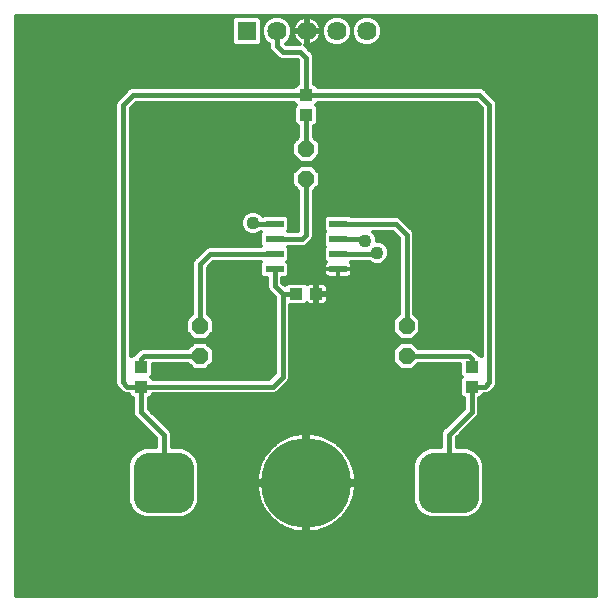
<source format=gbl>
G75*
G70*
%OFA0B0*%
%FSLAX24Y24*%
%IPPOS*%
%LPD*%
%AMOC8*
5,1,8,0,0,1.08239X$1,22.5*
%
%ADD10R,0.0610X0.0236*%
%ADD11R,0.0433X0.0394*%
%ADD12C,0.1000*%
%ADD13C,0.3000*%
%ADD14OC8,0.0560*%
%ADD15R,0.0640X0.0640*%
%ADD16C,0.0640*%
%ADD17C,0.0160*%
%ADD18C,0.0120*%
%ADD19C,0.0436*%
D10*
X008945Y011222D03*
X008945Y011722D03*
X008945Y012222D03*
X008945Y012722D03*
X011071Y012722D03*
X011071Y012222D03*
X011071Y011722D03*
X011071Y011222D03*
D11*
X010338Y010397D03*
X009669Y010397D03*
X004492Y007976D03*
X004492Y007307D03*
X015516Y007307D03*
X015516Y007976D03*
X010004Y016362D03*
X010004Y017031D03*
D12*
X014254Y004598D02*
X015254Y004598D01*
X015254Y003598D01*
X014254Y003598D01*
X014254Y004598D01*
X014254Y004597D02*
X015254Y004597D01*
X005754Y004598D02*
X004754Y004598D01*
X005754Y004598D02*
X005754Y003598D01*
X004754Y003598D01*
X004754Y004598D01*
X004754Y004597D02*
X005754Y004597D01*
D13*
X010004Y004098D03*
D14*
X013350Y008323D03*
X013350Y009323D03*
X006460Y009323D03*
X006460Y008323D03*
X010004Y014228D03*
X010004Y015228D03*
D15*
X008025Y019157D03*
D16*
X009025Y019157D03*
X010025Y019157D03*
X011025Y019157D03*
X012025Y019157D03*
D17*
X010004Y018271D02*
X009807Y018468D01*
X009216Y018468D01*
X009025Y018659D01*
X009025Y019157D01*
X010004Y018271D02*
X010004Y017031D01*
X004236Y017031D01*
X003901Y016697D01*
X003901Y007445D01*
X004039Y007307D01*
X004492Y007307D01*
X008882Y007307D01*
X009216Y007642D01*
X009216Y010397D01*
X008945Y010669D01*
X008945Y011222D01*
X008945Y011722D02*
X006801Y011722D01*
X006460Y011382D01*
X006460Y009323D01*
X006460Y008323D02*
X004583Y008323D01*
X004492Y008232D01*
X004492Y007976D01*
X004492Y007307D02*
X004492Y006460D01*
X005254Y005699D01*
X005254Y004098D01*
X013350Y008323D02*
X015425Y008323D01*
X015516Y008232D01*
X015516Y007976D01*
X016106Y007445D02*
X016106Y016697D01*
X015771Y017031D01*
X010004Y017031D01*
X010004Y016362D02*
X010004Y015228D01*
X010004Y014228D02*
X010004Y012366D01*
X009860Y012222D01*
X008945Y012222D01*
X008945Y012722D02*
X008270Y012722D01*
X008232Y012760D01*
X011071Y012722D02*
X012994Y012722D01*
X013350Y012366D01*
X013350Y009323D01*
X015516Y007307D02*
X015968Y007307D01*
X016106Y007445D01*
X015516Y007307D02*
X015516Y006460D01*
X014754Y005699D01*
X014754Y004098D01*
X009669Y010397D02*
X009216Y010397D01*
X011071Y011722D02*
X012313Y011722D01*
X012366Y011775D01*
X011972Y012169D02*
X011919Y012222D01*
X011071Y012222D01*
D18*
X000341Y019666D02*
X000341Y000341D01*
X019666Y000341D01*
X019666Y019666D01*
X000341Y019666D01*
X000341Y019602D02*
X007576Y019602D01*
X007525Y019552D02*
X007525Y018763D01*
X007631Y018657D01*
X008420Y018657D01*
X008525Y018763D01*
X008525Y019552D01*
X008420Y019657D01*
X007631Y019657D01*
X007525Y019552D01*
X007525Y019484D02*
X000341Y019484D01*
X000341Y019365D02*
X007525Y019365D01*
X007525Y019247D02*
X000341Y019247D01*
X000341Y019128D02*
X007525Y019128D01*
X007525Y019010D02*
X000341Y019010D01*
X000341Y018891D02*
X007525Y018891D01*
X007525Y018773D02*
X000341Y018773D01*
X000341Y018654D02*
X008765Y018654D01*
X008765Y018608D02*
X008765Y018711D01*
X008765Y018724D01*
X008742Y018733D01*
X008602Y018874D01*
X008525Y019058D01*
X008525Y019257D01*
X008602Y019441D01*
X008742Y019581D01*
X008926Y019657D01*
X009125Y019657D01*
X009309Y019581D01*
X009449Y019441D01*
X009525Y019257D01*
X009525Y019058D01*
X009449Y018874D01*
X009314Y018739D01*
X009324Y018728D01*
X009755Y018728D01*
X009810Y018728D01*
X009774Y018747D01*
X009713Y018791D01*
X009659Y018845D01*
X009615Y018906D01*
X009581Y018973D01*
X009557Y019045D01*
X009546Y019117D01*
X009985Y019117D01*
X009985Y019197D01*
X009546Y019197D01*
X009557Y019270D01*
X009581Y019342D01*
X009615Y019409D01*
X009659Y019470D01*
X009713Y019523D01*
X009774Y019568D01*
X009841Y019602D01*
X009913Y019625D01*
X009985Y019637D01*
X009985Y019198D01*
X010065Y019198D01*
X010065Y019637D01*
X010138Y019625D01*
X010210Y019602D01*
X010277Y019568D01*
X010338Y019523D01*
X010392Y019470D01*
X010436Y019409D01*
X010470Y019342D01*
X010494Y019270D01*
X010505Y019197D01*
X010066Y019197D01*
X010066Y019117D01*
X010505Y019117D01*
X010494Y019045D01*
X010470Y018973D01*
X010436Y018906D01*
X010392Y018845D01*
X010338Y018791D01*
X010277Y018747D01*
X010210Y018712D01*
X010138Y018689D01*
X010065Y018678D01*
X010065Y019117D01*
X009985Y019117D01*
X009985Y018678D01*
X009961Y018681D01*
X010151Y018492D01*
X010151Y018492D01*
X010224Y018419D01*
X010264Y018323D01*
X010264Y017408D01*
X010295Y017408D01*
X010400Y017303D01*
X010400Y017291D01*
X015720Y017291D01*
X015823Y017291D01*
X015919Y017252D01*
X016327Y016844D01*
X016366Y016748D01*
X016366Y016645D01*
X016366Y007393D01*
X016327Y007297D01*
X016253Y007224D01*
X016116Y007086D01*
X016020Y007047D01*
X015917Y007047D01*
X015912Y007047D01*
X015912Y007036D01*
X015807Y006930D01*
X015776Y006930D01*
X015776Y006512D01*
X015776Y006409D01*
X015736Y006313D01*
X015014Y005591D01*
X015014Y005278D01*
X015389Y005278D01*
X015639Y005175D01*
X015830Y004983D01*
X015934Y004734D01*
X015934Y003463D01*
X015830Y003213D01*
X015639Y003022D01*
X015389Y002918D01*
X014119Y002918D01*
X013869Y003022D01*
X013677Y003213D01*
X013574Y003463D01*
X013574Y004734D01*
X013677Y004983D01*
X013869Y005175D01*
X014119Y005278D01*
X014494Y005278D01*
X014494Y005647D01*
X014494Y005750D01*
X014533Y005846D01*
X015256Y006568D01*
X015256Y006930D01*
X015224Y006930D01*
X015119Y007036D01*
X015119Y007578D01*
X015182Y007642D01*
X015119Y007705D01*
X015119Y008063D01*
X013741Y008063D01*
X013541Y007863D01*
X013160Y007863D01*
X012890Y008132D01*
X012890Y008513D01*
X013160Y008783D01*
X013541Y008783D01*
X013741Y008583D01*
X015373Y008583D01*
X015477Y008583D01*
X015572Y008543D01*
X015663Y008453D01*
X015736Y008379D01*
X015747Y008353D01*
X015807Y008353D01*
X015846Y008314D01*
X015846Y016589D01*
X015664Y016771D01*
X010400Y016771D01*
X010400Y016760D01*
X010337Y016697D01*
X010400Y016633D01*
X010400Y016091D01*
X010295Y015985D01*
X010264Y015985D01*
X010264Y015619D01*
X010464Y015419D01*
X010464Y015038D01*
X010194Y014768D01*
X009813Y014768D01*
X009544Y015038D01*
X009544Y015419D01*
X009744Y015619D01*
X009744Y015985D01*
X009713Y015985D01*
X009607Y016091D01*
X009607Y016633D01*
X009671Y016697D01*
X009607Y016760D01*
X009607Y016771D01*
X004344Y016771D01*
X004161Y016589D01*
X004161Y008314D01*
X004201Y008353D01*
X004261Y008353D01*
X004272Y008379D01*
X004345Y008453D01*
X004435Y008543D01*
X004531Y008583D01*
X004634Y008583D01*
X006070Y008583D01*
X006270Y008783D01*
X006651Y008783D01*
X006920Y008513D01*
X006920Y008132D01*
X006651Y007863D01*
X006270Y007863D01*
X006070Y008063D01*
X004888Y008063D01*
X004888Y007705D01*
X004825Y007642D01*
X004888Y007578D01*
X004888Y007567D01*
X008774Y007567D01*
X008956Y007749D01*
X008956Y010290D01*
X008724Y010522D01*
X008685Y010617D01*
X008685Y010721D01*
X008685Y010924D01*
X008565Y010924D01*
X008460Y011030D01*
X008460Y011415D01*
X008507Y011462D01*
X006909Y011462D01*
X006720Y011274D01*
X006720Y009713D01*
X006920Y009513D01*
X006920Y009132D01*
X006651Y008863D01*
X006270Y008863D01*
X006000Y009132D01*
X006000Y009513D01*
X006200Y009713D01*
X006200Y011330D01*
X006200Y011433D01*
X006240Y011529D01*
X006654Y011943D01*
X006749Y011982D01*
X006853Y011982D01*
X008507Y011982D01*
X008460Y012030D01*
X008460Y012415D01*
X008507Y012462D01*
X008498Y012462D01*
X008458Y012422D01*
X008311Y012362D01*
X008153Y012362D01*
X008007Y012422D01*
X007895Y012534D01*
X007834Y012680D01*
X007834Y012839D01*
X007895Y012985D01*
X008007Y013097D01*
X008153Y013158D01*
X008311Y013158D01*
X008458Y013097D01*
X008550Y013005D01*
X008565Y013020D01*
X009324Y013020D01*
X009430Y012915D01*
X009430Y012530D01*
X009382Y012482D01*
X009744Y012482D01*
X009744Y013838D01*
X009544Y014038D01*
X009544Y014419D01*
X009813Y014688D01*
X010194Y014688D01*
X010464Y014419D01*
X010464Y014038D01*
X010264Y013838D01*
X010264Y012314D01*
X010224Y012219D01*
X010151Y012146D01*
X010007Y012002D01*
X009912Y011962D01*
X009808Y011962D01*
X009382Y011962D01*
X009430Y011915D01*
X009430Y011530D01*
X009372Y011472D01*
X009430Y011415D01*
X009430Y011030D01*
X009324Y010924D01*
X009205Y010924D01*
X009205Y010777D01*
X009293Y010689D01*
X009378Y010774D01*
X009960Y010774D01*
X010018Y010717D01*
X010024Y010722D01*
X010060Y010743D01*
X010101Y010754D01*
X010300Y010754D01*
X010300Y010436D01*
X010377Y010436D01*
X010715Y010436D01*
X010715Y010615D01*
X010704Y010656D01*
X010683Y010693D01*
X010653Y010722D01*
X010617Y010743D01*
X010576Y010754D01*
X010377Y010754D01*
X010377Y010436D01*
X010377Y010359D01*
X010715Y010359D01*
X010715Y010180D01*
X010704Y010139D01*
X010683Y010102D01*
X010653Y010073D01*
X010617Y010052D01*
X010576Y010041D01*
X010377Y010041D01*
X010377Y010359D01*
X010300Y010359D01*
X010300Y010041D01*
X010101Y010041D01*
X010060Y010052D01*
X010024Y010073D01*
X010018Y010078D01*
X009960Y010021D01*
X009476Y010021D01*
X009476Y007590D01*
X009437Y007494D01*
X009364Y007421D01*
X009029Y007086D01*
X008933Y007047D01*
X008830Y007047D01*
X004888Y007047D01*
X004888Y007036D01*
X004783Y006930D01*
X004752Y006930D01*
X004752Y006568D01*
X005474Y005846D01*
X005514Y005750D01*
X005514Y005647D01*
X005514Y005278D01*
X005889Y005278D01*
X006139Y005175D01*
X006330Y004983D01*
X006434Y004734D01*
X006434Y003463D01*
X006330Y003213D01*
X006139Y003022D01*
X005889Y002918D01*
X004619Y002918D01*
X004369Y003022D01*
X004177Y003213D01*
X004074Y003463D01*
X004074Y004734D01*
X004177Y004983D01*
X004369Y005175D01*
X004619Y005278D01*
X004994Y005278D01*
X004994Y005591D01*
X004272Y006313D01*
X004232Y006409D01*
X004232Y006512D01*
X004232Y006930D01*
X004201Y006930D01*
X004095Y007036D01*
X004095Y007047D01*
X004091Y007047D01*
X003987Y007047D01*
X003892Y007086D01*
X003754Y007224D01*
X003681Y007297D01*
X003641Y007393D01*
X003641Y016645D01*
X003641Y016748D01*
X003681Y016844D01*
X004089Y017252D01*
X004184Y017291D01*
X004288Y017291D01*
X009607Y017291D01*
X009607Y017303D01*
X009713Y017408D01*
X009744Y017408D01*
X009744Y018164D01*
X009699Y018208D01*
X009165Y018208D01*
X009069Y018248D01*
X008996Y018321D01*
X008996Y018321D01*
X008805Y018512D01*
X008765Y018608D01*
X008795Y018535D02*
X000341Y018535D01*
X000341Y018417D02*
X008900Y018417D01*
X009019Y018298D02*
X000341Y018298D01*
X000341Y018180D02*
X009728Y018180D01*
X009744Y018061D02*
X000341Y018061D01*
X000341Y017943D02*
X009744Y017943D01*
X009744Y017824D02*
X000341Y017824D01*
X000341Y017706D02*
X009744Y017706D01*
X009744Y017587D02*
X000341Y017587D01*
X000341Y017469D02*
X009744Y017469D01*
X009655Y017350D02*
X000341Y017350D01*
X000341Y017231D02*
X004069Y017231D01*
X003950Y017113D02*
X000341Y017113D01*
X000341Y016994D02*
X003831Y016994D01*
X003713Y016876D02*
X000341Y016876D01*
X000341Y016757D02*
X003645Y016757D01*
X003641Y016639D02*
X000341Y016639D01*
X000341Y016520D02*
X003641Y016520D01*
X003641Y016402D02*
X000341Y016402D01*
X000341Y016283D02*
X003641Y016283D01*
X003641Y016165D02*
X000341Y016165D01*
X000341Y016046D02*
X003641Y016046D01*
X003641Y015928D02*
X000341Y015928D01*
X000341Y015809D02*
X003641Y015809D01*
X003641Y015690D02*
X000341Y015690D01*
X000341Y015572D02*
X003641Y015572D01*
X003641Y015453D02*
X000341Y015453D01*
X000341Y015335D02*
X003641Y015335D01*
X003641Y015216D02*
X000341Y015216D01*
X000341Y015098D02*
X003641Y015098D01*
X003641Y014979D02*
X000341Y014979D01*
X000341Y014861D02*
X003641Y014861D01*
X003641Y014742D02*
X000341Y014742D01*
X000341Y014624D02*
X003641Y014624D01*
X003641Y014505D02*
X000341Y014505D01*
X000341Y014386D02*
X003641Y014386D01*
X003641Y014268D02*
X000341Y014268D01*
X000341Y014149D02*
X003641Y014149D01*
X003641Y014031D02*
X000341Y014031D01*
X000341Y013912D02*
X003641Y013912D01*
X003641Y013794D02*
X000341Y013794D01*
X000341Y013675D02*
X003641Y013675D01*
X003641Y013557D02*
X000341Y013557D01*
X000341Y013438D02*
X003641Y013438D01*
X003641Y013320D02*
X000341Y013320D01*
X000341Y013201D02*
X003641Y013201D01*
X003641Y013082D02*
X000341Y013082D01*
X000341Y012964D02*
X003641Y012964D01*
X003641Y012845D02*
X000341Y012845D01*
X000341Y012727D02*
X003641Y012727D01*
X003641Y012608D02*
X000341Y012608D01*
X000341Y012490D02*
X003641Y012490D01*
X003641Y012371D02*
X000341Y012371D01*
X000341Y012253D02*
X003641Y012253D01*
X003641Y012134D02*
X000341Y012134D01*
X000341Y012016D02*
X003641Y012016D01*
X003641Y011897D02*
X000341Y011897D01*
X000341Y011779D02*
X003641Y011779D01*
X003641Y011660D02*
X000341Y011660D01*
X000341Y011541D02*
X003641Y011541D01*
X003641Y011423D02*
X000341Y011423D01*
X000341Y011304D02*
X003641Y011304D01*
X003641Y011186D02*
X000341Y011186D01*
X000341Y011067D02*
X003641Y011067D01*
X003641Y010949D02*
X000341Y010949D01*
X000341Y010830D02*
X003641Y010830D01*
X003641Y010712D02*
X000341Y010712D01*
X000341Y010593D02*
X003641Y010593D01*
X003641Y010475D02*
X000341Y010475D01*
X000341Y010356D02*
X003641Y010356D01*
X003641Y010237D02*
X000341Y010237D01*
X000341Y010119D02*
X003641Y010119D01*
X003641Y010000D02*
X000341Y010000D01*
X000341Y009882D02*
X003641Y009882D01*
X003641Y009763D02*
X000341Y009763D01*
X000341Y009645D02*
X003641Y009645D01*
X003641Y009526D02*
X000341Y009526D01*
X000341Y009408D02*
X003641Y009408D01*
X003641Y009289D02*
X000341Y009289D01*
X000341Y009171D02*
X003641Y009171D01*
X003641Y009052D02*
X000341Y009052D01*
X000341Y008933D02*
X003641Y008933D01*
X003641Y008815D02*
X000341Y008815D01*
X000341Y008696D02*
X003641Y008696D01*
X003641Y008578D02*
X000341Y008578D01*
X000341Y008459D02*
X003641Y008459D01*
X003641Y008341D02*
X000341Y008341D01*
X000341Y008222D02*
X003641Y008222D01*
X003641Y008104D02*
X000341Y008104D01*
X000341Y007985D02*
X003641Y007985D01*
X003641Y007867D02*
X000341Y007867D01*
X000341Y007748D02*
X003641Y007748D01*
X003641Y007629D02*
X000341Y007629D01*
X000341Y007511D02*
X003641Y007511D01*
X003642Y007392D02*
X000341Y007392D01*
X000341Y007274D02*
X003705Y007274D01*
X003823Y007155D02*
X000341Y007155D01*
X000341Y007037D02*
X004095Y007037D01*
X004232Y006918D02*
X000341Y006918D01*
X000341Y006800D02*
X004232Y006800D01*
X004232Y006681D02*
X000341Y006681D01*
X000341Y006563D02*
X004232Y006563D01*
X004232Y006444D02*
X000341Y006444D01*
X000341Y006326D02*
X004266Y006326D01*
X004378Y006207D02*
X000341Y006207D01*
X000341Y006088D02*
X004496Y006088D01*
X004615Y005970D02*
X000341Y005970D01*
X000341Y005851D02*
X004733Y005851D01*
X004852Y005733D02*
X000341Y005733D01*
X000341Y005614D02*
X004970Y005614D01*
X004994Y005496D02*
X000341Y005496D01*
X000341Y005377D02*
X004994Y005377D01*
X004571Y005259D02*
X000341Y005259D01*
X000341Y005140D02*
X004334Y005140D01*
X004215Y005022D02*
X000341Y005022D01*
X000341Y004903D02*
X004144Y004903D01*
X004095Y004784D02*
X000341Y004784D01*
X000341Y004666D02*
X004074Y004666D01*
X004074Y004547D02*
X000341Y004547D01*
X000341Y004429D02*
X004074Y004429D01*
X004074Y004310D02*
X000341Y004310D01*
X000341Y004192D02*
X004074Y004192D01*
X004074Y004073D02*
X000341Y004073D01*
X000341Y003955D02*
X004074Y003955D01*
X004074Y003836D02*
X000341Y003836D01*
X000341Y003718D02*
X004074Y003718D01*
X004074Y003599D02*
X000341Y003599D01*
X000341Y003480D02*
X004074Y003480D01*
X004116Y003362D02*
X000341Y003362D01*
X000341Y003243D02*
X004165Y003243D01*
X004266Y003125D02*
X000341Y003125D01*
X000341Y003006D02*
X004406Y003006D01*
X006102Y003006D02*
X008753Y003006D01*
X008779Y002976D02*
X008686Y003087D01*
X008602Y003205D01*
X008530Y003331D01*
X008469Y003462D01*
X008419Y003599D01*
X006434Y003599D01*
X006434Y003480D02*
X008462Y003480D01*
X008419Y003599D02*
X008382Y003739D01*
X008356Y003881D01*
X008344Y004026D01*
X008344Y004038D01*
X009944Y004038D01*
X010064Y004038D01*
X010064Y004158D01*
X011664Y004158D01*
X011664Y004171D01*
X011651Y004315D01*
X011626Y004458D01*
X011588Y004598D01*
X011539Y004734D01*
X011478Y004865D01*
X011405Y004991D01*
X011322Y005110D01*
X011229Y005221D01*
X011126Y005323D01*
X011015Y005416D01*
X010897Y005500D01*
X010771Y005572D01*
X010640Y005633D01*
X010503Y005683D01*
X010363Y005720D01*
X010221Y005746D01*
X010076Y005758D01*
X010064Y005758D01*
X010064Y004158D01*
X009944Y004158D01*
X009944Y004038D01*
X009944Y002438D01*
X009931Y002438D01*
X009787Y002451D01*
X009644Y002476D01*
X009504Y002514D01*
X009368Y002563D01*
X009237Y002624D01*
X009111Y002697D01*
X008992Y002780D01*
X008881Y002873D01*
X008779Y002976D01*
X008867Y002888D02*
X000341Y002888D01*
X000341Y002769D02*
X009008Y002769D01*
X009191Y002651D02*
X000341Y002651D01*
X000341Y002532D02*
X009453Y002532D01*
X009944Y002532D02*
X010064Y002532D01*
X010064Y002438D02*
X010076Y002438D01*
X010221Y002451D01*
X010363Y002476D01*
X010503Y002514D01*
X010640Y002563D01*
X010771Y002624D01*
X010897Y002697D01*
X011015Y002780D01*
X011126Y002873D01*
X011229Y002976D01*
X011322Y003087D01*
X011405Y003205D01*
X011478Y003331D01*
X011539Y003462D01*
X011588Y003599D01*
X011589Y003599D02*
X013574Y003599D01*
X013574Y003480D02*
X011545Y003480D01*
X011588Y003599D02*
X011626Y003739D01*
X011651Y003881D01*
X011664Y004026D01*
X011664Y004038D01*
X010064Y004038D01*
X010064Y002438D01*
X010064Y002651D02*
X009944Y002651D01*
X009944Y002769D02*
X010064Y002769D01*
X010064Y002888D02*
X009944Y002888D01*
X009944Y003006D02*
X010064Y003006D01*
X010064Y003125D02*
X009944Y003125D01*
X009944Y003243D02*
X010064Y003243D01*
X010064Y003362D02*
X009944Y003362D01*
X009944Y003480D02*
X010064Y003480D01*
X010064Y003599D02*
X009944Y003599D01*
X009944Y003718D02*
X010064Y003718D01*
X010064Y003836D02*
X009944Y003836D01*
X009944Y003955D02*
X010064Y003955D01*
X010064Y004073D02*
X013574Y004073D01*
X013574Y003955D02*
X011657Y003955D01*
X011643Y003836D02*
X013574Y003836D01*
X013574Y003718D02*
X011620Y003718D01*
X011492Y003362D02*
X013616Y003362D01*
X013665Y003243D02*
X011427Y003243D01*
X011349Y003125D02*
X013766Y003125D01*
X013906Y003006D02*
X011254Y003006D01*
X011141Y002888D02*
X019666Y002888D01*
X019666Y003006D02*
X015602Y003006D01*
X015742Y003125D02*
X019666Y003125D01*
X019666Y003243D02*
X015843Y003243D01*
X015892Y003362D02*
X019666Y003362D01*
X019666Y003480D02*
X015934Y003480D01*
X015934Y003599D02*
X019666Y003599D01*
X019666Y003718D02*
X015934Y003718D01*
X015934Y003836D02*
X019666Y003836D01*
X019666Y003955D02*
X015934Y003955D01*
X015934Y004073D02*
X019666Y004073D01*
X019666Y004192D02*
X015934Y004192D01*
X015934Y004310D02*
X019666Y004310D01*
X019666Y004429D02*
X015934Y004429D01*
X015934Y004547D02*
X019666Y004547D01*
X019666Y004666D02*
X015934Y004666D01*
X015913Y004784D02*
X019666Y004784D01*
X019666Y004903D02*
X015864Y004903D01*
X015792Y005022D02*
X019666Y005022D01*
X019666Y005140D02*
X015674Y005140D01*
X015436Y005259D02*
X019666Y005259D01*
X019666Y005377D02*
X015014Y005377D01*
X015014Y005496D02*
X019666Y005496D01*
X019666Y005614D02*
X015037Y005614D01*
X015156Y005733D02*
X019666Y005733D01*
X019666Y005851D02*
X015274Y005851D01*
X015393Y005970D02*
X019666Y005970D01*
X019666Y006088D02*
X015511Y006088D01*
X015630Y006207D02*
X019666Y006207D01*
X019666Y006326D02*
X015741Y006326D01*
X015776Y006444D02*
X019666Y006444D01*
X019666Y006563D02*
X015776Y006563D01*
X015776Y006681D02*
X019666Y006681D01*
X019666Y006800D02*
X015776Y006800D01*
X015776Y006918D02*
X019666Y006918D01*
X019666Y007037D02*
X015912Y007037D01*
X016184Y007155D02*
X019666Y007155D01*
X019666Y007274D02*
X016303Y007274D01*
X016366Y007392D02*
X019666Y007392D01*
X019666Y007511D02*
X016366Y007511D01*
X016366Y007629D02*
X019666Y007629D01*
X019666Y007748D02*
X016366Y007748D01*
X016366Y007867D02*
X019666Y007867D01*
X019666Y007985D02*
X016366Y007985D01*
X016366Y008104D02*
X019666Y008104D01*
X019666Y008222D02*
X016366Y008222D01*
X016366Y008341D02*
X019666Y008341D01*
X019666Y008459D02*
X016366Y008459D01*
X016366Y008578D02*
X019666Y008578D01*
X019666Y008696D02*
X016366Y008696D01*
X016366Y008815D02*
X019666Y008815D01*
X019666Y008933D02*
X016366Y008933D01*
X016366Y009052D02*
X019666Y009052D01*
X019666Y009171D02*
X016366Y009171D01*
X016366Y009289D02*
X019666Y009289D01*
X019666Y009408D02*
X016366Y009408D01*
X016366Y009526D02*
X019666Y009526D01*
X019666Y009645D02*
X016366Y009645D01*
X016366Y009763D02*
X019666Y009763D01*
X019666Y009882D02*
X016366Y009882D01*
X016366Y010000D02*
X019666Y010000D01*
X019666Y010119D02*
X016366Y010119D01*
X016366Y010237D02*
X019666Y010237D01*
X019666Y010356D02*
X016366Y010356D01*
X016366Y010475D02*
X019666Y010475D01*
X019666Y010593D02*
X016366Y010593D01*
X016366Y010712D02*
X019666Y010712D01*
X019666Y010830D02*
X016366Y010830D01*
X016366Y010949D02*
X019666Y010949D01*
X019666Y011067D02*
X016366Y011067D01*
X016366Y011186D02*
X019666Y011186D01*
X019666Y011304D02*
X016366Y011304D01*
X016366Y011423D02*
X019666Y011423D01*
X019666Y011541D02*
X016366Y011541D01*
X016366Y011660D02*
X019666Y011660D01*
X019666Y011779D02*
X016366Y011779D01*
X016366Y011897D02*
X019666Y011897D01*
X019666Y012016D02*
X016366Y012016D01*
X016366Y012134D02*
X019666Y012134D01*
X019666Y012253D02*
X016366Y012253D01*
X016366Y012371D02*
X019666Y012371D01*
X019666Y012490D02*
X016366Y012490D01*
X016366Y012608D02*
X019666Y012608D01*
X019666Y012727D02*
X016366Y012727D01*
X016366Y012845D02*
X019666Y012845D01*
X019666Y012964D02*
X016366Y012964D01*
X016366Y013082D02*
X019666Y013082D01*
X019666Y013201D02*
X016366Y013201D01*
X016366Y013320D02*
X019666Y013320D01*
X019666Y013438D02*
X016366Y013438D01*
X016366Y013557D02*
X019666Y013557D01*
X019666Y013675D02*
X016366Y013675D01*
X016366Y013794D02*
X019666Y013794D01*
X019666Y013912D02*
X016366Y013912D01*
X016366Y014031D02*
X019666Y014031D01*
X019666Y014149D02*
X016366Y014149D01*
X016366Y014268D02*
X019666Y014268D01*
X019666Y014386D02*
X016366Y014386D01*
X016366Y014505D02*
X019666Y014505D01*
X019666Y014624D02*
X016366Y014624D01*
X016366Y014742D02*
X019666Y014742D01*
X019666Y014861D02*
X016366Y014861D01*
X016366Y014979D02*
X019666Y014979D01*
X019666Y015098D02*
X016366Y015098D01*
X016366Y015216D02*
X019666Y015216D01*
X019666Y015335D02*
X016366Y015335D01*
X016366Y015453D02*
X019666Y015453D01*
X019666Y015572D02*
X016366Y015572D01*
X016366Y015690D02*
X019666Y015690D01*
X019666Y015809D02*
X016366Y015809D01*
X016366Y015928D02*
X019666Y015928D01*
X019666Y016046D02*
X016366Y016046D01*
X016366Y016165D02*
X019666Y016165D01*
X019666Y016283D02*
X016366Y016283D01*
X016366Y016402D02*
X019666Y016402D01*
X019666Y016520D02*
X016366Y016520D01*
X016366Y016639D02*
X019666Y016639D01*
X019666Y016757D02*
X016362Y016757D01*
X016295Y016876D02*
X019666Y016876D01*
X019666Y016994D02*
X016176Y016994D01*
X016058Y017113D02*
X019666Y017113D01*
X019666Y017231D02*
X015939Y017231D01*
X015678Y016757D02*
X010398Y016757D01*
X010395Y016639D02*
X015796Y016639D01*
X015846Y016520D02*
X010400Y016520D01*
X010400Y016402D02*
X015846Y016402D01*
X015846Y016283D02*
X010400Y016283D01*
X010400Y016165D02*
X015846Y016165D01*
X015846Y016046D02*
X010356Y016046D01*
X010264Y015928D02*
X015846Y015928D01*
X015846Y015809D02*
X010264Y015809D01*
X010264Y015690D02*
X015846Y015690D01*
X015846Y015572D02*
X010311Y015572D01*
X010429Y015453D02*
X015846Y015453D01*
X015846Y015335D02*
X010464Y015335D01*
X010464Y015216D02*
X015846Y015216D01*
X015846Y015098D02*
X010464Y015098D01*
X010405Y014979D02*
X015846Y014979D01*
X015846Y014861D02*
X010287Y014861D01*
X010259Y014624D02*
X015846Y014624D01*
X015846Y014742D02*
X004161Y014742D01*
X004161Y014624D02*
X009749Y014624D01*
X009630Y014505D02*
X004161Y014505D01*
X004161Y014386D02*
X009544Y014386D01*
X009544Y014268D02*
X004161Y014268D01*
X004161Y014149D02*
X009544Y014149D01*
X009551Y014031D02*
X004161Y014031D01*
X004161Y013912D02*
X009669Y013912D01*
X009744Y013794D02*
X004161Y013794D01*
X004161Y013675D02*
X009744Y013675D01*
X009744Y013557D02*
X004161Y013557D01*
X004161Y013438D02*
X009744Y013438D01*
X009744Y013320D02*
X004161Y013320D01*
X004161Y013201D02*
X009744Y013201D01*
X009744Y013082D02*
X008472Y013082D01*
X007992Y013082D02*
X004161Y013082D01*
X004161Y012964D02*
X007886Y012964D01*
X007837Y012845D02*
X004161Y012845D01*
X004161Y012727D02*
X007834Y012727D01*
X007864Y012608D02*
X004161Y012608D01*
X004161Y012490D02*
X007939Y012490D01*
X008130Y012371D02*
X004161Y012371D01*
X004161Y012253D02*
X008460Y012253D01*
X008460Y012371D02*
X008335Y012371D01*
X008460Y012134D02*
X004161Y012134D01*
X004161Y012016D02*
X008474Y012016D01*
X008468Y011423D02*
X006869Y011423D01*
X006751Y011304D02*
X008460Y011304D01*
X008460Y011186D02*
X006720Y011186D01*
X006720Y011067D02*
X008460Y011067D01*
X008541Y010949D02*
X006720Y010949D01*
X006720Y010830D02*
X008685Y010830D01*
X008685Y010712D02*
X006720Y010712D01*
X006720Y010593D02*
X008695Y010593D01*
X008772Y010475D02*
X006720Y010475D01*
X006720Y010356D02*
X008890Y010356D01*
X008956Y010237D02*
X006720Y010237D01*
X006720Y010119D02*
X008956Y010119D01*
X008956Y010000D02*
X006720Y010000D01*
X006720Y009882D02*
X008956Y009882D01*
X008956Y009763D02*
X006720Y009763D01*
X006789Y009645D02*
X008956Y009645D01*
X008956Y009526D02*
X006907Y009526D01*
X006920Y009408D02*
X008956Y009408D01*
X008956Y009289D02*
X006920Y009289D01*
X006920Y009171D02*
X008956Y009171D01*
X008956Y009052D02*
X006840Y009052D01*
X006722Y008933D02*
X008956Y008933D01*
X008956Y008815D02*
X004161Y008815D01*
X004161Y008933D02*
X006199Y008933D01*
X006081Y009052D02*
X004161Y009052D01*
X004161Y009171D02*
X006000Y009171D01*
X006000Y009289D02*
X004161Y009289D01*
X004161Y009408D02*
X006000Y009408D01*
X006014Y009526D02*
X004161Y009526D01*
X004161Y009645D02*
X006132Y009645D01*
X006200Y009763D02*
X004161Y009763D01*
X004161Y009882D02*
X006200Y009882D01*
X006200Y010000D02*
X004161Y010000D01*
X004161Y010119D02*
X006200Y010119D01*
X006200Y010237D02*
X004161Y010237D01*
X004161Y010356D02*
X006200Y010356D01*
X006200Y010475D02*
X004161Y010475D01*
X004161Y010593D02*
X006200Y010593D01*
X006200Y010712D02*
X004161Y010712D01*
X004161Y010830D02*
X006200Y010830D01*
X006200Y010949D02*
X004161Y010949D01*
X004161Y011067D02*
X006200Y011067D01*
X006200Y011186D02*
X004161Y011186D01*
X004161Y011304D02*
X006200Y011304D01*
X006200Y011423D02*
X004161Y011423D01*
X004161Y011541D02*
X006252Y011541D01*
X006371Y011660D02*
X004161Y011660D01*
X004161Y011779D02*
X006490Y011779D01*
X006608Y011897D02*
X004161Y011897D01*
X004161Y014861D02*
X009721Y014861D01*
X009602Y014979D02*
X004161Y014979D01*
X004161Y015098D02*
X009544Y015098D01*
X009544Y015216D02*
X004161Y015216D01*
X004161Y015335D02*
X009544Y015335D01*
X009578Y015453D02*
X004161Y015453D01*
X004161Y015572D02*
X009697Y015572D01*
X009744Y015690D02*
X004161Y015690D01*
X004161Y015809D02*
X009744Y015809D01*
X009744Y015928D02*
X004161Y015928D01*
X004161Y016046D02*
X009652Y016046D01*
X009607Y016165D02*
X004161Y016165D01*
X004161Y016283D02*
X009607Y016283D01*
X009607Y016402D02*
X004161Y016402D01*
X004161Y016520D02*
X009607Y016520D01*
X009613Y016639D02*
X004211Y016639D01*
X004330Y016757D02*
X009610Y016757D01*
X010353Y017350D02*
X019666Y017350D01*
X019666Y017469D02*
X010264Y017469D01*
X010264Y017587D02*
X019666Y017587D01*
X019666Y017706D02*
X010264Y017706D01*
X010264Y017824D02*
X019666Y017824D01*
X019666Y017943D02*
X010264Y017943D01*
X010264Y018061D02*
X019666Y018061D01*
X019666Y018180D02*
X010264Y018180D01*
X010264Y018298D02*
X019666Y018298D01*
X019666Y018417D02*
X010225Y018417D01*
X010107Y018535D02*
X019666Y018535D01*
X019666Y018654D02*
X009989Y018654D01*
X009985Y018773D02*
X010065Y018773D01*
X010065Y018891D02*
X009985Y018891D01*
X009985Y019010D02*
X010065Y019010D01*
X010066Y019128D02*
X010525Y019128D01*
X010525Y019058D02*
X010602Y018874D01*
X010742Y018733D01*
X010926Y018657D01*
X011125Y018657D01*
X011309Y018733D01*
X011449Y018874D01*
X011525Y019058D01*
X011525Y019257D01*
X011449Y019441D01*
X011309Y019581D01*
X011125Y019657D01*
X010926Y019657D01*
X010742Y019581D01*
X010602Y019441D01*
X010525Y019257D01*
X010525Y019058D01*
X010545Y019010D02*
X010482Y019010D01*
X010425Y018891D02*
X010594Y018891D01*
X010703Y018773D02*
X010312Y018773D01*
X009985Y019128D02*
X009525Y019128D01*
X009525Y019247D02*
X009554Y019247D01*
X009593Y019365D02*
X009480Y019365D01*
X009406Y019484D02*
X009673Y019484D01*
X009842Y019602D02*
X009258Y019602D01*
X008793Y019602D02*
X008475Y019602D01*
X008525Y019484D02*
X008645Y019484D01*
X008570Y019365D02*
X008525Y019365D01*
X008525Y019247D02*
X008525Y019247D01*
X008525Y019128D02*
X008525Y019128D01*
X008525Y019010D02*
X008545Y019010D01*
X008525Y018891D02*
X008594Y018891D01*
X008525Y018773D02*
X008703Y018773D01*
X009348Y018773D02*
X009738Y018773D01*
X009626Y018891D02*
X009456Y018891D01*
X009505Y019010D02*
X009569Y019010D01*
X009985Y019247D02*
X010065Y019247D01*
X010065Y019365D02*
X009985Y019365D01*
X009985Y019484D02*
X010065Y019484D01*
X010065Y019602D02*
X009985Y019602D01*
X010209Y019602D02*
X010793Y019602D01*
X010645Y019484D02*
X010378Y019484D01*
X010458Y019365D02*
X010570Y019365D01*
X010525Y019247D02*
X010497Y019247D01*
X011258Y019602D02*
X011793Y019602D01*
X011742Y019581D02*
X011602Y019441D01*
X011525Y019257D01*
X011525Y019058D01*
X011602Y018874D01*
X011742Y018733D01*
X011926Y018657D01*
X012125Y018657D01*
X012309Y018733D01*
X012449Y018874D01*
X012525Y019058D01*
X012525Y019257D01*
X012449Y019441D01*
X012309Y019581D01*
X012125Y019657D01*
X011926Y019657D01*
X011742Y019581D01*
X011645Y019484D02*
X011406Y019484D01*
X011480Y019365D02*
X011570Y019365D01*
X011525Y019247D02*
X011525Y019247D01*
X011525Y019128D02*
X011525Y019128D01*
X011505Y019010D02*
X011545Y019010D01*
X011594Y018891D02*
X011456Y018891D01*
X011348Y018773D02*
X011703Y018773D01*
X012348Y018773D02*
X019666Y018773D01*
X019666Y018891D02*
X012456Y018891D01*
X012505Y019010D02*
X019666Y019010D01*
X019666Y019128D02*
X012525Y019128D01*
X012525Y019247D02*
X019666Y019247D01*
X019666Y019365D02*
X012480Y019365D01*
X012406Y019484D02*
X019666Y019484D01*
X019666Y019602D02*
X012258Y019602D01*
X010377Y014505D02*
X015846Y014505D01*
X015846Y014386D02*
X010464Y014386D01*
X010464Y014268D02*
X015846Y014268D01*
X015846Y014149D02*
X010464Y014149D01*
X010457Y014031D02*
X015846Y014031D01*
X015846Y013912D02*
X010338Y013912D01*
X010264Y013794D02*
X015846Y013794D01*
X015846Y013675D02*
X010264Y013675D01*
X010264Y013557D02*
X015846Y013557D01*
X015846Y013438D02*
X010264Y013438D01*
X010264Y013320D02*
X015846Y013320D01*
X015846Y013201D02*
X010264Y013201D01*
X010264Y013082D02*
X015846Y013082D01*
X015846Y012964D02*
X013090Y012964D01*
X013046Y012982D02*
X013141Y012943D01*
X013571Y012513D01*
X013610Y012418D01*
X013610Y012314D01*
X013610Y009713D01*
X013810Y009513D01*
X013810Y009132D01*
X013541Y008863D01*
X013160Y008863D01*
X012890Y009132D01*
X012890Y009513D01*
X013090Y009713D01*
X013090Y012258D01*
X012886Y012462D01*
X012242Y012462D01*
X012310Y012395D01*
X012370Y012248D01*
X012370Y012174D01*
X012445Y012174D01*
X012591Y012113D01*
X012703Y012001D01*
X012764Y011855D01*
X012764Y011696D01*
X012703Y011550D01*
X012591Y011438D01*
X012445Y011377D01*
X012287Y011377D01*
X012140Y011438D01*
X012116Y011462D01*
X011488Y011462D01*
X011484Y011458D01*
X011504Y011439D01*
X011525Y011402D01*
X011536Y011361D01*
X011536Y011222D01*
X011071Y011222D01*
X011071Y011222D01*
X011071Y010944D01*
X011397Y010944D01*
X011438Y010955D01*
X011474Y010976D01*
X011504Y011006D01*
X011525Y011042D01*
X011536Y011083D01*
X011536Y011222D01*
X011071Y011222D01*
X011070Y011222D01*
X010606Y011222D01*
X010606Y011083D01*
X010616Y011042D01*
X010638Y011006D01*
X010667Y010976D01*
X010704Y010955D01*
X010744Y010944D01*
X011070Y010944D01*
X011070Y011222D01*
X011070Y011222D01*
X010606Y011222D01*
X010606Y011361D01*
X010616Y011402D01*
X010638Y011439D01*
X010657Y011458D01*
X010586Y011530D01*
X010586Y011915D01*
X010643Y011972D01*
X010586Y012030D01*
X010586Y012415D01*
X010643Y012472D01*
X010586Y012530D01*
X010586Y012915D01*
X010691Y013020D01*
X011450Y013020D01*
X011488Y012982D01*
X012942Y012982D01*
X013046Y012982D01*
X013238Y012845D02*
X015846Y012845D01*
X015846Y012727D02*
X013357Y012727D01*
X013476Y012608D02*
X015846Y012608D01*
X015846Y012490D02*
X013580Y012490D01*
X013610Y012371D02*
X015846Y012371D01*
X015846Y012253D02*
X013610Y012253D01*
X013610Y012134D02*
X015846Y012134D01*
X015846Y012016D02*
X013610Y012016D01*
X013610Y011897D02*
X015846Y011897D01*
X015846Y011779D02*
X013610Y011779D01*
X013610Y011660D02*
X015846Y011660D01*
X015846Y011541D02*
X013610Y011541D01*
X013610Y011423D02*
X015846Y011423D01*
X015846Y011304D02*
X013610Y011304D01*
X013610Y011186D02*
X015846Y011186D01*
X015846Y011067D02*
X013610Y011067D01*
X013610Y010949D02*
X015846Y010949D01*
X015846Y010830D02*
X013610Y010830D01*
X013610Y010712D02*
X015846Y010712D01*
X015846Y010593D02*
X013610Y010593D01*
X013610Y010475D02*
X015846Y010475D01*
X015846Y010356D02*
X013610Y010356D01*
X013610Y010237D02*
X015846Y010237D01*
X015846Y010119D02*
X013610Y010119D01*
X013610Y010000D02*
X015846Y010000D01*
X015846Y009882D02*
X013610Y009882D01*
X013610Y009763D02*
X015846Y009763D01*
X015846Y009645D02*
X013679Y009645D01*
X013797Y009526D02*
X015846Y009526D01*
X015846Y009408D02*
X013810Y009408D01*
X013810Y009289D02*
X015846Y009289D01*
X015846Y009171D02*
X013810Y009171D01*
X013730Y009052D02*
X015846Y009052D01*
X015846Y008933D02*
X013612Y008933D01*
X013627Y008696D02*
X015846Y008696D01*
X015846Y008578D02*
X015488Y008578D01*
X015656Y008459D02*
X015846Y008459D01*
X015846Y008341D02*
X015819Y008341D01*
X015119Y007985D02*
X013663Y007985D01*
X013545Y007867D02*
X015119Y007867D01*
X015119Y007748D02*
X009476Y007748D01*
X009476Y007629D02*
X015170Y007629D01*
X015119Y007511D02*
X009444Y007511D01*
X009335Y007392D02*
X015119Y007392D01*
X015119Y007274D02*
X009216Y007274D01*
X009098Y007155D02*
X015119Y007155D01*
X015119Y007037D02*
X004888Y007037D01*
X004752Y006918D02*
X015256Y006918D01*
X015256Y006800D02*
X004752Y006800D01*
X004752Y006681D02*
X015256Y006681D01*
X015250Y006563D02*
X004757Y006563D01*
X004876Y006444D02*
X015131Y006444D01*
X015013Y006326D02*
X004995Y006326D01*
X005113Y006207D02*
X014894Y006207D01*
X014776Y006088D02*
X005232Y006088D01*
X005350Y005970D02*
X014657Y005970D01*
X014539Y005851D02*
X005469Y005851D01*
X005514Y005733D02*
X009714Y005733D01*
X009644Y005720D02*
X009787Y005746D01*
X009931Y005758D01*
X009944Y005758D01*
X009944Y004158D01*
X008344Y004158D01*
X008344Y004171D01*
X008356Y004315D01*
X008382Y004458D01*
X008419Y004598D01*
X008469Y004734D01*
X008530Y004865D01*
X008602Y004991D01*
X008686Y005110D01*
X008779Y005221D01*
X008881Y005323D01*
X008992Y005416D01*
X009111Y005500D01*
X009237Y005572D01*
X009368Y005633D01*
X009504Y005683D01*
X009644Y005720D01*
X009327Y005614D02*
X005514Y005614D01*
X005514Y005496D02*
X009105Y005496D01*
X008945Y005377D02*
X005514Y005377D01*
X005936Y005259D02*
X008817Y005259D01*
X008711Y005140D02*
X006174Y005140D01*
X006292Y005022D02*
X008624Y005022D01*
X008552Y004903D02*
X006364Y004903D01*
X006413Y004784D02*
X008492Y004784D01*
X008444Y004666D02*
X006434Y004666D01*
X006434Y004547D02*
X008406Y004547D01*
X008376Y004429D02*
X006434Y004429D01*
X006434Y004310D02*
X008356Y004310D01*
X008346Y004192D02*
X006434Y004192D01*
X006434Y004073D02*
X009944Y004073D01*
X009944Y004192D02*
X010064Y004192D01*
X010064Y004310D02*
X009944Y004310D01*
X009944Y004429D02*
X010064Y004429D01*
X010064Y004547D02*
X009944Y004547D01*
X009944Y004666D02*
X010064Y004666D01*
X010064Y004784D02*
X009944Y004784D01*
X009944Y004903D02*
X010064Y004903D01*
X010064Y005022D02*
X009944Y005022D01*
X009944Y005140D02*
X010064Y005140D01*
X010064Y005259D02*
X009944Y005259D01*
X009944Y005377D02*
X010064Y005377D01*
X010064Y005496D02*
X009944Y005496D01*
X009944Y005614D02*
X010064Y005614D01*
X010064Y005733D02*
X009944Y005733D01*
X010293Y005733D02*
X014494Y005733D01*
X014494Y005614D02*
X010681Y005614D01*
X010902Y005496D02*
X014494Y005496D01*
X014494Y005377D02*
X011062Y005377D01*
X011191Y005259D02*
X014071Y005259D01*
X013834Y005140D02*
X011297Y005140D01*
X011384Y005022D02*
X013715Y005022D01*
X013644Y004903D02*
X011456Y004903D01*
X011515Y004784D02*
X013595Y004784D01*
X013574Y004666D02*
X011564Y004666D01*
X011602Y004547D02*
X013574Y004547D01*
X013574Y004429D02*
X011631Y004429D01*
X011652Y004310D02*
X013574Y004310D01*
X013574Y004192D02*
X011662Y004192D01*
X011000Y002769D02*
X019666Y002769D01*
X019666Y002651D02*
X010816Y002651D01*
X010554Y002532D02*
X019666Y002532D01*
X019666Y002414D02*
X000341Y002414D01*
X000341Y002295D02*
X019666Y002295D01*
X019666Y002176D02*
X000341Y002176D01*
X000341Y002058D02*
X019666Y002058D01*
X019666Y001939D02*
X000341Y001939D01*
X000341Y001821D02*
X019666Y001821D01*
X019666Y001702D02*
X000341Y001702D01*
X000341Y001584D02*
X019666Y001584D01*
X019666Y001465D02*
X000341Y001465D01*
X000341Y001347D02*
X019666Y001347D01*
X019666Y001228D02*
X000341Y001228D01*
X000341Y001110D02*
X019666Y001110D01*
X019666Y000991D02*
X000341Y000991D01*
X000341Y000873D02*
X019666Y000873D01*
X019666Y000754D02*
X000341Y000754D01*
X000341Y000635D02*
X019666Y000635D01*
X019666Y000517D02*
X000341Y000517D01*
X000341Y000398D02*
X019666Y000398D01*
X013156Y007867D02*
X009476Y007867D01*
X009476Y007985D02*
X013037Y007985D01*
X012919Y008104D02*
X009476Y008104D01*
X009476Y008222D02*
X012890Y008222D01*
X012890Y008341D02*
X009476Y008341D01*
X009476Y008459D02*
X012890Y008459D01*
X012955Y008578D02*
X009476Y008578D01*
X009476Y008696D02*
X013073Y008696D01*
X013089Y008933D02*
X009476Y008933D01*
X009476Y008815D02*
X015846Y008815D01*
X013090Y009763D02*
X009476Y009763D01*
X009476Y009645D02*
X013022Y009645D01*
X012903Y009526D02*
X009476Y009526D01*
X009476Y009408D02*
X012890Y009408D01*
X012890Y009289D02*
X009476Y009289D01*
X009476Y009171D02*
X012890Y009171D01*
X012970Y009052D02*
X009476Y009052D01*
X008956Y008696D02*
X006737Y008696D01*
X006856Y008578D02*
X008956Y008578D01*
X008956Y008459D02*
X006920Y008459D01*
X006920Y008341D02*
X008956Y008341D01*
X008956Y008222D02*
X006920Y008222D01*
X006892Y008104D02*
X008956Y008104D01*
X008956Y007985D02*
X006773Y007985D01*
X006655Y007867D02*
X008956Y007867D01*
X008955Y007748D02*
X004888Y007748D01*
X004888Y007867D02*
X006266Y007867D01*
X006147Y007985D02*
X004888Y007985D01*
X004837Y007629D02*
X008837Y007629D01*
X006184Y008696D02*
X004161Y008696D01*
X004161Y008578D02*
X004519Y008578D01*
X004351Y008459D02*
X004161Y008459D01*
X004161Y008341D02*
X004189Y008341D01*
X009205Y010830D02*
X013090Y010830D01*
X013090Y010712D02*
X010664Y010712D01*
X010715Y010593D02*
X013090Y010593D01*
X013090Y010475D02*
X010715Y010475D01*
X010715Y010356D02*
X013090Y010356D01*
X013090Y010237D02*
X010715Y010237D01*
X010692Y010119D02*
X013090Y010119D01*
X013090Y010000D02*
X009476Y010000D01*
X009476Y009882D02*
X013090Y009882D01*
X013090Y010949D02*
X011414Y010949D01*
X011532Y011067D02*
X013090Y011067D01*
X013090Y011186D02*
X011536Y011186D01*
X011536Y011304D02*
X013090Y011304D01*
X013090Y011423D02*
X012555Y011423D01*
X012695Y011541D02*
X013090Y011541D01*
X013090Y011660D02*
X012749Y011660D01*
X012764Y011779D02*
X013090Y011779D01*
X013090Y011897D02*
X012746Y011897D01*
X012689Y012016D02*
X013090Y012016D01*
X013090Y012134D02*
X012540Y012134D01*
X012369Y012253D02*
X013090Y012253D01*
X012977Y012371D02*
X012319Y012371D01*
X012177Y011423D02*
X011513Y011423D01*
X011071Y011186D02*
X011070Y011186D01*
X011070Y011067D02*
X011071Y011067D01*
X011070Y010949D02*
X011071Y010949D01*
X010728Y010949D02*
X009349Y010949D01*
X009430Y011067D02*
X010610Y011067D01*
X010606Y011186D02*
X009430Y011186D01*
X009430Y011304D02*
X010606Y011304D01*
X010629Y011423D02*
X009422Y011423D01*
X009430Y011541D02*
X010586Y011541D01*
X010586Y011660D02*
X009430Y011660D01*
X009430Y011779D02*
X010586Y011779D01*
X010586Y011897D02*
X009430Y011897D01*
X010021Y012016D02*
X010600Y012016D01*
X010586Y012134D02*
X010140Y012134D01*
X010238Y012253D02*
X010586Y012253D01*
X010586Y012371D02*
X010264Y012371D01*
X010264Y012490D02*
X010625Y012490D01*
X010586Y012608D02*
X010264Y012608D01*
X010264Y012727D02*
X010586Y012727D01*
X010586Y012845D02*
X010264Y012845D01*
X010264Y012964D02*
X010635Y012964D01*
X009744Y012964D02*
X009381Y012964D01*
X009430Y012845D02*
X009744Y012845D01*
X009744Y012727D02*
X009430Y012727D01*
X009430Y012608D02*
X009744Y012608D01*
X009744Y012490D02*
X009390Y012490D01*
X009315Y010712D02*
X009270Y010712D01*
X010300Y010712D02*
X010377Y010712D01*
X010377Y010593D02*
X010300Y010593D01*
X010300Y010475D02*
X010377Y010475D01*
X010377Y010356D02*
X010300Y010356D01*
X010300Y010237D02*
X010377Y010237D01*
X010377Y010119D02*
X010300Y010119D01*
X008350Y003955D02*
X006434Y003955D01*
X006434Y003836D02*
X008364Y003836D01*
X008387Y003718D02*
X006434Y003718D01*
X006392Y003362D02*
X008515Y003362D01*
X008581Y003243D02*
X006343Y003243D01*
X006242Y003125D02*
X008659Y003125D01*
D19*
X012366Y011775D03*
X011972Y012169D03*
X008232Y012760D03*
M02*

</source>
